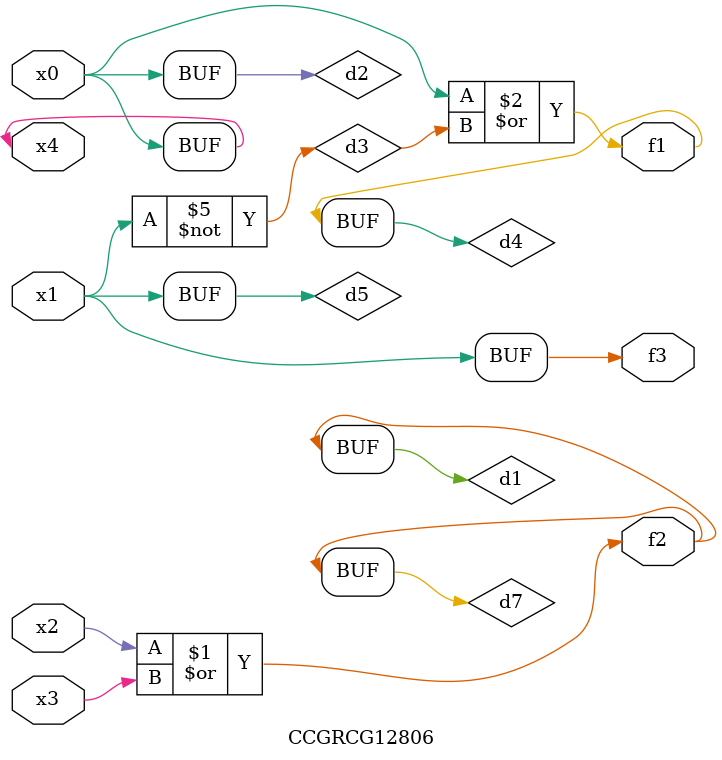
<source format=v>
module CCGRCG12806(
	input x0, x1, x2, x3, x4,
	output f1, f2, f3
);

	wire d1, d2, d3, d4, d5, d6, d7;

	or (d1, x2, x3);
	buf (d2, x0, x4);
	not (d3, x1);
	or (d4, d2, d3);
	not (d5, d3);
	nand (d6, d1, d3);
	or (d7, d1);
	assign f1 = d4;
	assign f2 = d7;
	assign f3 = d5;
endmodule

</source>
